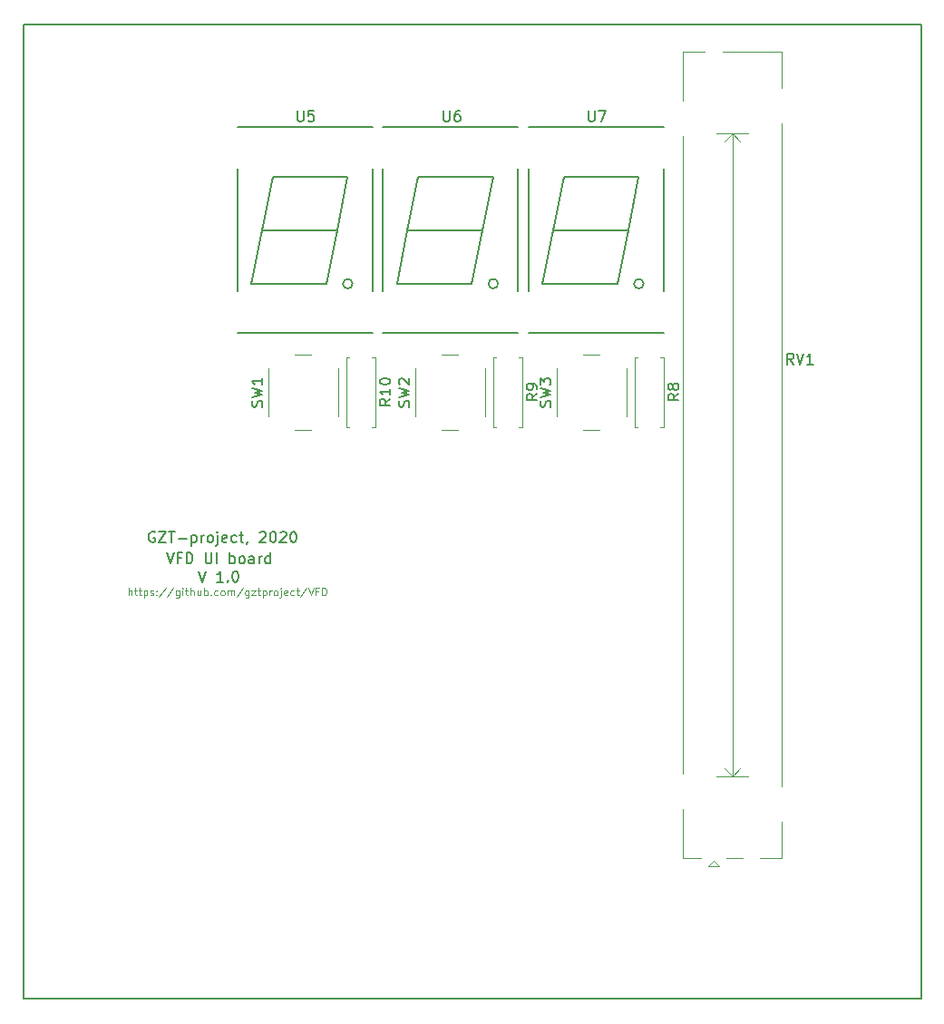
<source format=gbr>
G04 #@! TF.GenerationSoftware,KiCad,Pcbnew,5.1.5-52549c5~84~ubuntu18.04.1*
G04 #@! TF.CreationDate,2020-01-17T22:36:35+01:00*
G04 #@! TF.ProjectId,VFD,5646442e-6b69-4636-9164-5f7063625858,rev?*
G04 #@! TF.SameCoordinates,Original*
G04 #@! TF.FileFunction,Legend,Top*
G04 #@! TF.FilePolarity,Positive*
%FSLAX46Y46*%
G04 Gerber Fmt 4.6, Leading zero omitted, Abs format (unit mm)*
G04 Created by KiCad (PCBNEW 5.1.5-52549c5~84~ubuntu18.04.1) date 2020-01-17 22:36:35*
%MOMM*%
%LPD*%
G04 APERTURE LIST*
%ADD10C,0.150000*%
%ADD11C,0.125000*%
%ADD12C,0.120000*%
G04 APERTURE END LIST*
D10*
X283337000Y-34036000D02*
X283337000Y-124968000D01*
X199517000Y-34036000D02*
X283337000Y-34036000D01*
X199517000Y-124968000D02*
X199517000Y-34036000D01*
X283337000Y-124968000D02*
X199517000Y-124968000D01*
X211789166Y-81415000D02*
X211693928Y-81367380D01*
X211551071Y-81367380D01*
X211408214Y-81415000D01*
X211312976Y-81510238D01*
X211265357Y-81605476D01*
X211217738Y-81795952D01*
X211217738Y-81938809D01*
X211265357Y-82129285D01*
X211312976Y-82224523D01*
X211408214Y-82319761D01*
X211551071Y-82367380D01*
X211646309Y-82367380D01*
X211789166Y-82319761D01*
X211836785Y-82272142D01*
X211836785Y-81938809D01*
X211646309Y-81938809D01*
X212170119Y-81367380D02*
X212836785Y-81367380D01*
X212170119Y-82367380D01*
X212836785Y-82367380D01*
X213074880Y-81367380D02*
X213646309Y-81367380D01*
X213360595Y-82367380D02*
X213360595Y-81367380D01*
X213979642Y-81986428D02*
X214741547Y-81986428D01*
X215217738Y-81700714D02*
X215217738Y-82700714D01*
X215217738Y-81748333D02*
X215312976Y-81700714D01*
X215503452Y-81700714D01*
X215598690Y-81748333D01*
X215646309Y-81795952D01*
X215693928Y-81891190D01*
X215693928Y-82176904D01*
X215646309Y-82272142D01*
X215598690Y-82319761D01*
X215503452Y-82367380D01*
X215312976Y-82367380D01*
X215217738Y-82319761D01*
X216122500Y-82367380D02*
X216122500Y-81700714D01*
X216122500Y-81891190D02*
X216170119Y-81795952D01*
X216217738Y-81748333D01*
X216312976Y-81700714D01*
X216408214Y-81700714D01*
X216884404Y-82367380D02*
X216789166Y-82319761D01*
X216741547Y-82272142D01*
X216693928Y-82176904D01*
X216693928Y-81891190D01*
X216741547Y-81795952D01*
X216789166Y-81748333D01*
X216884404Y-81700714D01*
X217027261Y-81700714D01*
X217122500Y-81748333D01*
X217170119Y-81795952D01*
X217217738Y-81891190D01*
X217217738Y-82176904D01*
X217170119Y-82272142D01*
X217122500Y-82319761D01*
X217027261Y-82367380D01*
X216884404Y-82367380D01*
X217646309Y-81700714D02*
X217646309Y-82557857D01*
X217598690Y-82653095D01*
X217503452Y-82700714D01*
X217455833Y-82700714D01*
X217646309Y-81367380D02*
X217598690Y-81415000D01*
X217646309Y-81462619D01*
X217693928Y-81415000D01*
X217646309Y-81367380D01*
X217646309Y-81462619D01*
X218503452Y-82319761D02*
X218408214Y-82367380D01*
X218217738Y-82367380D01*
X218122500Y-82319761D01*
X218074880Y-82224523D01*
X218074880Y-81843571D01*
X218122500Y-81748333D01*
X218217738Y-81700714D01*
X218408214Y-81700714D01*
X218503452Y-81748333D01*
X218551071Y-81843571D01*
X218551071Y-81938809D01*
X218074880Y-82034047D01*
X219408214Y-82319761D02*
X219312976Y-82367380D01*
X219122500Y-82367380D01*
X219027261Y-82319761D01*
X218979642Y-82272142D01*
X218932023Y-82176904D01*
X218932023Y-81891190D01*
X218979642Y-81795952D01*
X219027261Y-81748333D01*
X219122500Y-81700714D01*
X219312976Y-81700714D01*
X219408214Y-81748333D01*
X219693928Y-81700714D02*
X220074880Y-81700714D01*
X219836785Y-81367380D02*
X219836785Y-82224523D01*
X219884404Y-82319761D01*
X219979642Y-82367380D01*
X220074880Y-82367380D01*
X220455833Y-82319761D02*
X220455833Y-82367380D01*
X220408214Y-82462619D01*
X220360595Y-82510238D01*
X221598690Y-81462619D02*
X221646309Y-81415000D01*
X221741547Y-81367380D01*
X221979642Y-81367380D01*
X222074880Y-81415000D01*
X222122500Y-81462619D01*
X222170119Y-81557857D01*
X222170119Y-81653095D01*
X222122500Y-81795952D01*
X221551071Y-82367380D01*
X222170119Y-82367380D01*
X222789166Y-81367380D02*
X222884404Y-81367380D01*
X222979642Y-81415000D01*
X223027261Y-81462619D01*
X223074880Y-81557857D01*
X223122500Y-81748333D01*
X223122500Y-81986428D01*
X223074880Y-82176904D01*
X223027261Y-82272142D01*
X222979642Y-82319761D01*
X222884404Y-82367380D01*
X222789166Y-82367380D01*
X222693928Y-82319761D01*
X222646309Y-82272142D01*
X222598690Y-82176904D01*
X222551071Y-81986428D01*
X222551071Y-81748333D01*
X222598690Y-81557857D01*
X222646309Y-81462619D01*
X222693928Y-81415000D01*
X222789166Y-81367380D01*
X223503452Y-81462619D02*
X223551071Y-81415000D01*
X223646309Y-81367380D01*
X223884404Y-81367380D01*
X223979642Y-81415000D01*
X224027261Y-81462619D01*
X224074880Y-81557857D01*
X224074880Y-81653095D01*
X224027261Y-81795952D01*
X223455833Y-82367380D01*
X224074880Y-82367380D01*
X224693928Y-81367380D02*
X224789166Y-81367380D01*
X224884404Y-81415000D01*
X224932023Y-81462619D01*
X224979642Y-81557857D01*
X225027261Y-81748333D01*
X225027261Y-81986428D01*
X224979642Y-82176904D01*
X224932023Y-82272142D01*
X224884404Y-82319761D01*
X224789166Y-82367380D01*
X224693928Y-82367380D01*
X224598690Y-82319761D01*
X224551071Y-82272142D01*
X224503452Y-82176904D01*
X224455833Y-81986428D01*
X224455833Y-81748333D01*
X224503452Y-81557857D01*
X224551071Y-81462619D01*
X224598690Y-81415000D01*
X224693928Y-81367380D01*
X215900238Y-85050380D02*
X216233571Y-86050380D01*
X216566904Y-85050380D01*
X218185952Y-86050380D02*
X217614523Y-86050380D01*
X217900238Y-86050380D02*
X217900238Y-85050380D01*
X217805000Y-85193238D01*
X217709761Y-85288476D01*
X217614523Y-85336095D01*
X218614523Y-85955142D02*
X218662142Y-86002761D01*
X218614523Y-86050380D01*
X218566904Y-86002761D01*
X218614523Y-85955142D01*
X218614523Y-86050380D01*
X219281190Y-85050380D02*
X219376428Y-85050380D01*
X219471666Y-85098000D01*
X219519285Y-85145619D01*
X219566904Y-85240857D01*
X219614523Y-85431333D01*
X219614523Y-85669428D01*
X219566904Y-85859904D01*
X219519285Y-85955142D01*
X219471666Y-86002761D01*
X219376428Y-86050380D01*
X219281190Y-86050380D01*
X219185952Y-86002761D01*
X219138333Y-85955142D01*
X219090714Y-85859904D01*
X219043095Y-85669428D01*
X219043095Y-85431333D01*
X219090714Y-85240857D01*
X219138333Y-85145619D01*
X219185952Y-85098000D01*
X219281190Y-85050380D01*
D11*
X209333666Y-87311666D02*
X209333666Y-86611666D01*
X209633666Y-87311666D02*
X209633666Y-86945000D01*
X209600333Y-86878333D01*
X209533666Y-86845000D01*
X209433666Y-86845000D01*
X209367000Y-86878333D01*
X209333666Y-86911666D01*
X209867000Y-86845000D02*
X210133666Y-86845000D01*
X209967000Y-86611666D02*
X209967000Y-87211666D01*
X210000333Y-87278333D01*
X210067000Y-87311666D01*
X210133666Y-87311666D01*
X210267000Y-86845000D02*
X210533666Y-86845000D01*
X210367000Y-86611666D02*
X210367000Y-87211666D01*
X210400333Y-87278333D01*
X210467000Y-87311666D01*
X210533666Y-87311666D01*
X210767000Y-86845000D02*
X210767000Y-87545000D01*
X210767000Y-86878333D02*
X210833666Y-86845000D01*
X210967000Y-86845000D01*
X211033666Y-86878333D01*
X211067000Y-86911666D01*
X211100333Y-86978333D01*
X211100333Y-87178333D01*
X211067000Y-87245000D01*
X211033666Y-87278333D01*
X210967000Y-87311666D01*
X210833666Y-87311666D01*
X210767000Y-87278333D01*
X211367000Y-87278333D02*
X211433666Y-87311666D01*
X211567000Y-87311666D01*
X211633666Y-87278333D01*
X211667000Y-87211666D01*
X211667000Y-87178333D01*
X211633666Y-87111666D01*
X211567000Y-87078333D01*
X211467000Y-87078333D01*
X211400333Y-87045000D01*
X211367000Y-86978333D01*
X211367000Y-86945000D01*
X211400333Y-86878333D01*
X211467000Y-86845000D01*
X211567000Y-86845000D01*
X211633666Y-86878333D01*
X211967000Y-87245000D02*
X212000333Y-87278333D01*
X211967000Y-87311666D01*
X211933666Y-87278333D01*
X211967000Y-87245000D01*
X211967000Y-87311666D01*
X211967000Y-86878333D02*
X212000333Y-86911666D01*
X211967000Y-86945000D01*
X211933666Y-86911666D01*
X211967000Y-86878333D01*
X211967000Y-86945000D01*
X212800333Y-86578333D02*
X212200333Y-87478333D01*
X213533666Y-86578333D02*
X212933666Y-87478333D01*
X214067000Y-86845000D02*
X214067000Y-87411666D01*
X214033666Y-87478333D01*
X214000333Y-87511666D01*
X213933666Y-87545000D01*
X213833666Y-87545000D01*
X213767000Y-87511666D01*
X214067000Y-87278333D02*
X214000333Y-87311666D01*
X213867000Y-87311666D01*
X213800333Y-87278333D01*
X213767000Y-87245000D01*
X213733666Y-87178333D01*
X213733666Y-86978333D01*
X213767000Y-86911666D01*
X213800333Y-86878333D01*
X213867000Y-86845000D01*
X214000333Y-86845000D01*
X214067000Y-86878333D01*
X214400333Y-87311666D02*
X214400333Y-86845000D01*
X214400333Y-86611666D02*
X214367000Y-86645000D01*
X214400333Y-86678333D01*
X214433666Y-86645000D01*
X214400333Y-86611666D01*
X214400333Y-86678333D01*
X214633666Y-86845000D02*
X214900333Y-86845000D01*
X214733666Y-86611666D02*
X214733666Y-87211666D01*
X214767000Y-87278333D01*
X214833666Y-87311666D01*
X214900333Y-87311666D01*
X215133666Y-87311666D02*
X215133666Y-86611666D01*
X215433666Y-87311666D02*
X215433666Y-86945000D01*
X215400333Y-86878333D01*
X215333666Y-86845000D01*
X215233666Y-86845000D01*
X215167000Y-86878333D01*
X215133666Y-86911666D01*
X216067000Y-86845000D02*
X216067000Y-87311666D01*
X215767000Y-86845000D02*
X215767000Y-87211666D01*
X215800333Y-87278333D01*
X215867000Y-87311666D01*
X215967000Y-87311666D01*
X216033666Y-87278333D01*
X216067000Y-87245000D01*
X216400333Y-87311666D02*
X216400333Y-86611666D01*
X216400333Y-86878333D02*
X216467000Y-86845000D01*
X216600333Y-86845000D01*
X216667000Y-86878333D01*
X216700333Y-86911666D01*
X216733666Y-86978333D01*
X216733666Y-87178333D01*
X216700333Y-87245000D01*
X216667000Y-87278333D01*
X216600333Y-87311666D01*
X216467000Y-87311666D01*
X216400333Y-87278333D01*
X217033666Y-87245000D02*
X217067000Y-87278333D01*
X217033666Y-87311666D01*
X217000333Y-87278333D01*
X217033666Y-87245000D01*
X217033666Y-87311666D01*
X217667000Y-87278333D02*
X217600333Y-87311666D01*
X217467000Y-87311666D01*
X217400333Y-87278333D01*
X217367000Y-87245000D01*
X217333666Y-87178333D01*
X217333666Y-86978333D01*
X217367000Y-86911666D01*
X217400333Y-86878333D01*
X217467000Y-86845000D01*
X217600333Y-86845000D01*
X217667000Y-86878333D01*
X218067000Y-87311666D02*
X218000333Y-87278333D01*
X217967000Y-87245000D01*
X217933666Y-87178333D01*
X217933666Y-86978333D01*
X217967000Y-86911666D01*
X218000333Y-86878333D01*
X218067000Y-86845000D01*
X218167000Y-86845000D01*
X218233666Y-86878333D01*
X218267000Y-86911666D01*
X218300333Y-86978333D01*
X218300333Y-87178333D01*
X218267000Y-87245000D01*
X218233666Y-87278333D01*
X218167000Y-87311666D01*
X218067000Y-87311666D01*
X218600333Y-87311666D02*
X218600333Y-86845000D01*
X218600333Y-86911666D02*
X218633666Y-86878333D01*
X218700333Y-86845000D01*
X218800333Y-86845000D01*
X218867000Y-86878333D01*
X218900333Y-86945000D01*
X218900333Y-87311666D01*
X218900333Y-86945000D02*
X218933666Y-86878333D01*
X219000333Y-86845000D01*
X219100333Y-86845000D01*
X219167000Y-86878333D01*
X219200333Y-86945000D01*
X219200333Y-87311666D01*
X220033666Y-86578333D02*
X219433666Y-87478333D01*
X220567000Y-86845000D02*
X220567000Y-87411666D01*
X220533666Y-87478333D01*
X220500333Y-87511666D01*
X220433666Y-87545000D01*
X220333666Y-87545000D01*
X220267000Y-87511666D01*
X220567000Y-87278333D02*
X220500333Y-87311666D01*
X220367000Y-87311666D01*
X220300333Y-87278333D01*
X220267000Y-87245000D01*
X220233666Y-87178333D01*
X220233666Y-86978333D01*
X220267000Y-86911666D01*
X220300333Y-86878333D01*
X220367000Y-86845000D01*
X220500333Y-86845000D01*
X220567000Y-86878333D01*
X220833666Y-86845000D02*
X221200333Y-86845000D01*
X220833666Y-87311666D01*
X221200333Y-87311666D01*
X221367000Y-86845000D02*
X221633666Y-86845000D01*
X221467000Y-86611666D02*
X221467000Y-87211666D01*
X221500333Y-87278333D01*
X221567000Y-87311666D01*
X221633666Y-87311666D01*
X221867000Y-86845000D02*
X221867000Y-87545000D01*
X221867000Y-86878333D02*
X221933666Y-86845000D01*
X222067000Y-86845000D01*
X222133666Y-86878333D01*
X222167000Y-86911666D01*
X222200333Y-86978333D01*
X222200333Y-87178333D01*
X222167000Y-87245000D01*
X222133666Y-87278333D01*
X222067000Y-87311666D01*
X221933666Y-87311666D01*
X221867000Y-87278333D01*
X222500333Y-87311666D02*
X222500333Y-86845000D01*
X222500333Y-86978333D02*
X222533666Y-86911666D01*
X222567000Y-86878333D01*
X222633666Y-86845000D01*
X222700333Y-86845000D01*
X223033666Y-87311666D02*
X222967000Y-87278333D01*
X222933666Y-87245000D01*
X222900333Y-87178333D01*
X222900333Y-86978333D01*
X222933666Y-86911666D01*
X222967000Y-86878333D01*
X223033666Y-86845000D01*
X223133666Y-86845000D01*
X223200333Y-86878333D01*
X223233666Y-86911666D01*
X223267000Y-86978333D01*
X223267000Y-87178333D01*
X223233666Y-87245000D01*
X223200333Y-87278333D01*
X223133666Y-87311666D01*
X223033666Y-87311666D01*
X223567000Y-86845000D02*
X223567000Y-87445000D01*
X223533666Y-87511666D01*
X223467000Y-87545000D01*
X223433666Y-87545000D01*
X223567000Y-86611666D02*
X223533666Y-86645000D01*
X223567000Y-86678333D01*
X223600333Y-86645000D01*
X223567000Y-86611666D01*
X223567000Y-86678333D01*
X224167000Y-87278333D02*
X224100333Y-87311666D01*
X223967000Y-87311666D01*
X223900333Y-87278333D01*
X223867000Y-87211666D01*
X223867000Y-86945000D01*
X223900333Y-86878333D01*
X223967000Y-86845000D01*
X224100333Y-86845000D01*
X224167000Y-86878333D01*
X224200333Y-86945000D01*
X224200333Y-87011666D01*
X223867000Y-87078333D01*
X224800333Y-87278333D02*
X224733666Y-87311666D01*
X224600333Y-87311666D01*
X224533666Y-87278333D01*
X224500333Y-87245000D01*
X224467000Y-87178333D01*
X224467000Y-86978333D01*
X224500333Y-86911666D01*
X224533666Y-86878333D01*
X224600333Y-86845000D01*
X224733666Y-86845000D01*
X224800333Y-86878333D01*
X225000333Y-86845000D02*
X225267000Y-86845000D01*
X225100333Y-86611666D02*
X225100333Y-87211666D01*
X225133666Y-87278333D01*
X225200333Y-87311666D01*
X225267000Y-87311666D01*
X226000333Y-86578333D02*
X225400333Y-87478333D01*
X226133666Y-86611666D02*
X226367000Y-87311666D01*
X226600333Y-86611666D01*
X227067000Y-86945000D02*
X226833666Y-86945000D01*
X226833666Y-87311666D02*
X226833666Y-86611666D01*
X227167000Y-86611666D01*
X227433666Y-87311666D02*
X227433666Y-86611666D01*
X227600333Y-86611666D01*
X227700333Y-86645000D01*
X227767000Y-86711666D01*
X227800333Y-86778333D01*
X227833666Y-86911666D01*
X227833666Y-87011666D01*
X227800333Y-87145000D01*
X227767000Y-87211666D01*
X227700333Y-87278333D01*
X227600333Y-87311666D01*
X227433666Y-87311666D01*
D10*
X212900238Y-83335880D02*
X213233571Y-84335880D01*
X213566904Y-83335880D01*
X214233571Y-83812071D02*
X213900238Y-83812071D01*
X213900238Y-84335880D02*
X213900238Y-83335880D01*
X214376428Y-83335880D01*
X214757380Y-84335880D02*
X214757380Y-83335880D01*
X214995476Y-83335880D01*
X215138333Y-83383500D01*
X215233571Y-83478738D01*
X215281190Y-83573976D01*
X215328809Y-83764452D01*
X215328809Y-83907309D01*
X215281190Y-84097785D01*
X215233571Y-84193023D01*
X215138333Y-84288261D01*
X214995476Y-84335880D01*
X214757380Y-84335880D01*
X216519285Y-83335880D02*
X216519285Y-84145404D01*
X216566904Y-84240642D01*
X216614523Y-84288261D01*
X216709761Y-84335880D01*
X216900238Y-84335880D01*
X216995476Y-84288261D01*
X217043095Y-84240642D01*
X217090714Y-84145404D01*
X217090714Y-83335880D01*
X217566904Y-84335880D02*
X217566904Y-83335880D01*
X218805000Y-84335880D02*
X218805000Y-83335880D01*
X218805000Y-83716833D02*
X218900238Y-83669214D01*
X219090714Y-83669214D01*
X219185952Y-83716833D01*
X219233571Y-83764452D01*
X219281190Y-83859690D01*
X219281190Y-84145404D01*
X219233571Y-84240642D01*
X219185952Y-84288261D01*
X219090714Y-84335880D01*
X218900238Y-84335880D01*
X218805000Y-84288261D01*
X219852619Y-84335880D02*
X219757380Y-84288261D01*
X219709761Y-84240642D01*
X219662142Y-84145404D01*
X219662142Y-83859690D01*
X219709761Y-83764452D01*
X219757380Y-83716833D01*
X219852619Y-83669214D01*
X219995476Y-83669214D01*
X220090714Y-83716833D01*
X220138333Y-83764452D01*
X220185952Y-83859690D01*
X220185952Y-84145404D01*
X220138333Y-84240642D01*
X220090714Y-84288261D01*
X219995476Y-84335880D01*
X219852619Y-84335880D01*
X221043095Y-84335880D02*
X221043095Y-83812071D01*
X220995476Y-83716833D01*
X220900238Y-83669214D01*
X220709761Y-83669214D01*
X220614523Y-83716833D01*
X221043095Y-84288261D02*
X220947857Y-84335880D01*
X220709761Y-84335880D01*
X220614523Y-84288261D01*
X220566904Y-84193023D01*
X220566904Y-84097785D01*
X220614523Y-84002547D01*
X220709761Y-83954928D01*
X220947857Y-83954928D01*
X221043095Y-83907309D01*
X221519285Y-84335880D02*
X221519285Y-83669214D01*
X221519285Y-83859690D02*
X221566904Y-83764452D01*
X221614523Y-83716833D01*
X221709761Y-83669214D01*
X221805000Y-83669214D01*
X222566904Y-84335880D02*
X222566904Y-83335880D01*
X222566904Y-84288261D02*
X222471666Y-84335880D01*
X222281190Y-84335880D01*
X222185952Y-84288261D01*
X222138333Y-84240642D01*
X222090714Y-84145404D01*
X222090714Y-83859690D01*
X222138333Y-83764452D01*
X222185952Y-83716833D01*
X222281190Y-83669214D01*
X222471666Y-83669214D01*
X222566904Y-83716833D01*
X236395000Y-48213000D02*
X235395000Y-53213000D01*
X235395000Y-53213000D02*
X234395000Y-58213000D01*
X234395000Y-58213000D02*
X241395000Y-58213000D01*
X241395000Y-58213000D02*
X242395000Y-53213000D01*
X243395000Y-48213000D02*
X242395000Y-53213000D01*
X242395000Y-53213000D02*
X235395000Y-53213000D01*
X236395000Y-48213000D02*
X243395000Y-48213000D01*
X245695000Y-62813000D02*
X233095000Y-62813000D01*
X233095000Y-47513000D02*
X233095000Y-58913000D01*
X245695000Y-47513000D02*
X245695000Y-58913000D01*
X233095000Y-43613000D02*
X245695000Y-43613000D01*
X243842214Y-58213000D02*
G75*
G03X243842214Y-58213000I-447214J0D01*
G01*
X222806000Y-48213000D02*
X221806000Y-53213000D01*
X221806000Y-53213000D02*
X220806000Y-58213000D01*
X220806000Y-58213000D02*
X227806000Y-58213000D01*
X227806000Y-58213000D02*
X228806000Y-53213000D01*
X229806000Y-48213000D02*
X228806000Y-53213000D01*
X228806000Y-53213000D02*
X221806000Y-53213000D01*
X222806000Y-48213000D02*
X229806000Y-48213000D01*
X232106000Y-62813000D02*
X219506000Y-62813000D01*
X219506000Y-47513000D02*
X219506000Y-58913000D01*
X232106000Y-47513000D02*
X232106000Y-58913000D01*
X219506000Y-43613000D02*
X232106000Y-43613000D01*
X230253214Y-58213000D02*
G75*
G03X230253214Y-58213000I-447214J0D01*
G01*
D12*
X240109000Y-64878000D02*
X238609000Y-64878000D01*
X236109000Y-66128000D02*
X236109000Y-70628000D01*
X238609000Y-71878000D02*
X240109000Y-71878000D01*
X242609000Y-70628000D02*
X242609000Y-66128000D01*
X253317000Y-64878000D02*
X251817000Y-64878000D01*
X249317000Y-66128000D02*
X249317000Y-70628000D01*
X251817000Y-71878000D02*
X253317000Y-71878000D01*
X255817000Y-70628000D02*
X255817000Y-66128000D01*
X265719500Y-44184500D02*
X266469500Y-44934500D01*
X264969500Y-44934500D02*
X265719500Y-44184500D01*
X264219500Y-44184500D02*
X267219500Y-44184500D01*
X265719500Y-104184500D02*
X266469500Y-103434500D01*
X264969500Y-103434500D02*
X265719500Y-104184500D01*
X264219500Y-104184500D02*
X267219500Y-104184500D01*
X265719500Y-104184500D02*
X265719500Y-44184500D01*
X264469500Y-112609500D02*
X263969500Y-112109500D01*
X263469500Y-112609500D02*
X264469500Y-112609500D01*
X263969500Y-112109500D02*
X263469500Y-112609500D01*
X264792500Y-36564500D02*
X270339500Y-36564500D01*
X261099500Y-36564500D02*
X263146500Y-36564500D01*
X268292500Y-111804500D02*
X270339500Y-111804500D01*
X265144500Y-111804500D02*
X266647500Y-111804500D01*
X261099500Y-111804500D02*
X262794500Y-111804500D01*
X270339500Y-39948500D02*
X270339500Y-36564500D01*
X270339500Y-105148500D02*
X270339500Y-43219500D01*
X270339500Y-111804500D02*
X270339500Y-108419500D01*
X261099500Y-41148500D02*
X261099500Y-36564500D01*
X261099500Y-103948500D02*
X261099500Y-44419500D01*
X261099500Y-111804500D02*
X261099500Y-107219500D01*
X256567000Y-71596000D02*
X256897000Y-71596000D01*
X256567000Y-65056000D02*
X256567000Y-71596000D01*
X256897000Y-65056000D02*
X256567000Y-65056000D01*
X259307000Y-71596000D02*
X258977000Y-71596000D01*
X259307000Y-65056000D02*
X259307000Y-71596000D01*
X258977000Y-65056000D02*
X259307000Y-65056000D01*
X243359000Y-71596000D02*
X243689000Y-71596000D01*
X243359000Y-65056000D02*
X243359000Y-71596000D01*
X243689000Y-65056000D02*
X243359000Y-65056000D01*
X246099000Y-71596000D02*
X245769000Y-71596000D01*
X246099000Y-65056000D02*
X246099000Y-71596000D01*
X245769000Y-65056000D02*
X246099000Y-65056000D01*
X229643000Y-71596000D02*
X229973000Y-71596000D01*
X229643000Y-65056000D02*
X229643000Y-71596000D01*
X229973000Y-65056000D02*
X229643000Y-65056000D01*
X232383000Y-71596000D02*
X232053000Y-71596000D01*
X232383000Y-65056000D02*
X232383000Y-71596000D01*
X232053000Y-65056000D02*
X232383000Y-65056000D01*
X226393000Y-64878000D02*
X224893000Y-64878000D01*
X222393000Y-66128000D02*
X222393000Y-70628000D01*
X224893000Y-71878000D02*
X226393000Y-71878000D01*
X228893000Y-70628000D02*
X228893000Y-66128000D01*
D10*
X249984000Y-48213000D02*
X248984000Y-53213000D01*
X248984000Y-53213000D02*
X247984000Y-58213000D01*
X247984000Y-58213000D02*
X254984000Y-58213000D01*
X254984000Y-58213000D02*
X255984000Y-53213000D01*
X256984000Y-48213000D02*
X255984000Y-53213000D01*
X255984000Y-53213000D02*
X248984000Y-53213000D01*
X249984000Y-48213000D02*
X256984000Y-48213000D01*
X259284000Y-62813000D02*
X246684000Y-62813000D01*
X246684000Y-47513000D02*
X246684000Y-58913000D01*
X259284000Y-47513000D02*
X259284000Y-58913000D01*
X246684000Y-43613000D02*
X259284000Y-43613000D01*
X257431214Y-58213000D02*
G75*
G03X257431214Y-58213000I-447214J0D01*
G01*
X238760095Y-42060880D02*
X238760095Y-42870404D01*
X238807714Y-42965642D01*
X238855333Y-43013261D01*
X238950571Y-43060880D01*
X239141047Y-43060880D01*
X239236285Y-43013261D01*
X239283904Y-42965642D01*
X239331523Y-42870404D01*
X239331523Y-42060880D01*
X240236285Y-42060880D02*
X240045809Y-42060880D01*
X239950571Y-42108500D01*
X239902952Y-42156119D01*
X239807714Y-42298976D01*
X239760095Y-42489452D01*
X239760095Y-42870404D01*
X239807714Y-42965642D01*
X239855333Y-43013261D01*
X239950571Y-43060880D01*
X240141047Y-43060880D01*
X240236285Y-43013261D01*
X240283904Y-42965642D01*
X240331523Y-42870404D01*
X240331523Y-42632309D01*
X240283904Y-42537071D01*
X240236285Y-42489452D01*
X240141047Y-42441833D01*
X239950571Y-42441833D01*
X239855333Y-42489452D01*
X239807714Y-42537071D01*
X239760095Y-42632309D01*
X225107595Y-42060880D02*
X225107595Y-42870404D01*
X225155214Y-42965642D01*
X225202833Y-43013261D01*
X225298071Y-43060880D01*
X225488547Y-43060880D01*
X225583785Y-43013261D01*
X225631404Y-42965642D01*
X225679023Y-42870404D01*
X225679023Y-42060880D01*
X226631404Y-42060880D02*
X226155214Y-42060880D01*
X226107595Y-42537071D01*
X226155214Y-42489452D01*
X226250452Y-42441833D01*
X226488547Y-42441833D01*
X226583785Y-42489452D01*
X226631404Y-42537071D01*
X226679023Y-42632309D01*
X226679023Y-42870404D01*
X226631404Y-42965642D01*
X226583785Y-43013261D01*
X226488547Y-43060880D01*
X226250452Y-43060880D01*
X226155214Y-43013261D01*
X226107595Y-42965642D01*
X235513761Y-69711333D02*
X235561380Y-69568476D01*
X235561380Y-69330380D01*
X235513761Y-69235142D01*
X235466142Y-69187523D01*
X235370904Y-69139904D01*
X235275666Y-69139904D01*
X235180428Y-69187523D01*
X235132809Y-69235142D01*
X235085190Y-69330380D01*
X235037571Y-69520857D01*
X234989952Y-69616095D01*
X234942333Y-69663714D01*
X234847095Y-69711333D01*
X234751857Y-69711333D01*
X234656619Y-69663714D01*
X234609000Y-69616095D01*
X234561380Y-69520857D01*
X234561380Y-69282761D01*
X234609000Y-69139904D01*
X234561380Y-68806571D02*
X235561380Y-68568476D01*
X234847095Y-68378000D01*
X235561380Y-68187523D01*
X234561380Y-67949428D01*
X234656619Y-67616095D02*
X234609000Y-67568476D01*
X234561380Y-67473238D01*
X234561380Y-67235142D01*
X234609000Y-67139904D01*
X234656619Y-67092285D01*
X234751857Y-67044666D01*
X234847095Y-67044666D01*
X234989952Y-67092285D01*
X235561380Y-67663714D01*
X235561380Y-67044666D01*
X248721761Y-69711333D02*
X248769380Y-69568476D01*
X248769380Y-69330380D01*
X248721761Y-69235142D01*
X248674142Y-69187523D01*
X248578904Y-69139904D01*
X248483666Y-69139904D01*
X248388428Y-69187523D01*
X248340809Y-69235142D01*
X248293190Y-69330380D01*
X248245571Y-69520857D01*
X248197952Y-69616095D01*
X248150333Y-69663714D01*
X248055095Y-69711333D01*
X247959857Y-69711333D01*
X247864619Y-69663714D01*
X247817000Y-69616095D01*
X247769380Y-69520857D01*
X247769380Y-69282761D01*
X247817000Y-69139904D01*
X247769380Y-68806571D02*
X248769380Y-68568476D01*
X248055095Y-68378000D01*
X248769380Y-68187523D01*
X247769380Y-67949428D01*
X247769380Y-67663714D02*
X247769380Y-67044666D01*
X248150333Y-67378000D01*
X248150333Y-67235142D01*
X248197952Y-67139904D01*
X248245571Y-67092285D01*
X248340809Y-67044666D01*
X248578904Y-67044666D01*
X248674142Y-67092285D01*
X248721761Y-67139904D01*
X248769380Y-67235142D01*
X248769380Y-67520857D01*
X248721761Y-67616095D01*
X248674142Y-67663714D01*
X271438761Y-65730380D02*
X271105428Y-65254190D01*
X270867333Y-65730380D02*
X270867333Y-64730380D01*
X271248285Y-64730380D01*
X271343523Y-64778000D01*
X271391142Y-64825619D01*
X271438761Y-64920857D01*
X271438761Y-65063714D01*
X271391142Y-65158952D01*
X271343523Y-65206571D01*
X271248285Y-65254190D01*
X270867333Y-65254190D01*
X271724476Y-64730380D02*
X272057809Y-65730380D01*
X272391142Y-64730380D01*
X273248285Y-65730380D02*
X272676857Y-65730380D01*
X272962571Y-65730380D02*
X272962571Y-64730380D01*
X272867333Y-64873238D01*
X272772095Y-64968476D01*
X272676857Y-65016095D01*
X260699380Y-68492666D02*
X260223190Y-68826000D01*
X260699380Y-69064095D02*
X259699380Y-69064095D01*
X259699380Y-68683142D01*
X259747000Y-68587904D01*
X259794619Y-68540285D01*
X259889857Y-68492666D01*
X260032714Y-68492666D01*
X260127952Y-68540285D01*
X260175571Y-68587904D01*
X260223190Y-68683142D01*
X260223190Y-69064095D01*
X260127952Y-67921238D02*
X260080333Y-68016476D01*
X260032714Y-68064095D01*
X259937476Y-68111714D01*
X259889857Y-68111714D01*
X259794619Y-68064095D01*
X259747000Y-68016476D01*
X259699380Y-67921238D01*
X259699380Y-67730761D01*
X259747000Y-67635523D01*
X259794619Y-67587904D01*
X259889857Y-67540285D01*
X259937476Y-67540285D01*
X260032714Y-67587904D01*
X260080333Y-67635523D01*
X260127952Y-67730761D01*
X260127952Y-67921238D01*
X260175571Y-68016476D01*
X260223190Y-68064095D01*
X260318428Y-68111714D01*
X260508904Y-68111714D01*
X260604142Y-68064095D01*
X260651761Y-68016476D01*
X260699380Y-67921238D01*
X260699380Y-67730761D01*
X260651761Y-67635523D01*
X260604142Y-67587904D01*
X260508904Y-67540285D01*
X260318428Y-67540285D01*
X260223190Y-67587904D01*
X260175571Y-67635523D01*
X260127952Y-67730761D01*
X247491380Y-68492666D02*
X247015190Y-68826000D01*
X247491380Y-69064095D02*
X246491380Y-69064095D01*
X246491380Y-68683142D01*
X246539000Y-68587904D01*
X246586619Y-68540285D01*
X246681857Y-68492666D01*
X246824714Y-68492666D01*
X246919952Y-68540285D01*
X246967571Y-68587904D01*
X247015190Y-68683142D01*
X247015190Y-69064095D01*
X247491380Y-68016476D02*
X247491380Y-67826000D01*
X247443761Y-67730761D01*
X247396142Y-67683142D01*
X247253285Y-67587904D01*
X247062809Y-67540285D01*
X246681857Y-67540285D01*
X246586619Y-67587904D01*
X246539000Y-67635523D01*
X246491380Y-67730761D01*
X246491380Y-67921238D01*
X246539000Y-68016476D01*
X246586619Y-68064095D01*
X246681857Y-68111714D01*
X246919952Y-68111714D01*
X247015190Y-68064095D01*
X247062809Y-68016476D01*
X247110428Y-67921238D01*
X247110428Y-67730761D01*
X247062809Y-67635523D01*
X247015190Y-67587904D01*
X246919952Y-67540285D01*
X233775380Y-68968857D02*
X233299190Y-69302190D01*
X233775380Y-69540285D02*
X232775380Y-69540285D01*
X232775380Y-69159333D01*
X232823000Y-69064095D01*
X232870619Y-69016476D01*
X232965857Y-68968857D01*
X233108714Y-68968857D01*
X233203952Y-69016476D01*
X233251571Y-69064095D01*
X233299190Y-69159333D01*
X233299190Y-69540285D01*
X233775380Y-68016476D02*
X233775380Y-68587904D01*
X233775380Y-68302190D02*
X232775380Y-68302190D01*
X232918238Y-68397428D01*
X233013476Y-68492666D01*
X233061095Y-68587904D01*
X232775380Y-67397428D02*
X232775380Y-67302190D01*
X232823000Y-67206952D01*
X232870619Y-67159333D01*
X232965857Y-67111714D01*
X233156333Y-67064095D01*
X233394428Y-67064095D01*
X233584904Y-67111714D01*
X233680142Y-67159333D01*
X233727761Y-67206952D01*
X233775380Y-67302190D01*
X233775380Y-67397428D01*
X233727761Y-67492666D01*
X233680142Y-67540285D01*
X233584904Y-67587904D01*
X233394428Y-67635523D01*
X233156333Y-67635523D01*
X232965857Y-67587904D01*
X232870619Y-67540285D01*
X232823000Y-67492666D01*
X232775380Y-67397428D01*
X221797761Y-69711333D02*
X221845380Y-69568476D01*
X221845380Y-69330380D01*
X221797761Y-69235142D01*
X221750142Y-69187523D01*
X221654904Y-69139904D01*
X221559666Y-69139904D01*
X221464428Y-69187523D01*
X221416809Y-69235142D01*
X221369190Y-69330380D01*
X221321571Y-69520857D01*
X221273952Y-69616095D01*
X221226333Y-69663714D01*
X221131095Y-69711333D01*
X221035857Y-69711333D01*
X220940619Y-69663714D01*
X220893000Y-69616095D01*
X220845380Y-69520857D01*
X220845380Y-69282761D01*
X220893000Y-69139904D01*
X220845380Y-68806571D02*
X221845380Y-68568476D01*
X221131095Y-68378000D01*
X221845380Y-68187523D01*
X220845380Y-67949428D01*
X221845380Y-67044666D02*
X221845380Y-67616095D01*
X221845380Y-67330380D02*
X220845380Y-67330380D01*
X220988238Y-67425619D01*
X221083476Y-67520857D01*
X221131095Y-67616095D01*
X252285595Y-42060880D02*
X252285595Y-42870404D01*
X252333214Y-42965642D01*
X252380833Y-43013261D01*
X252476071Y-43060880D01*
X252666547Y-43060880D01*
X252761785Y-43013261D01*
X252809404Y-42965642D01*
X252857023Y-42870404D01*
X252857023Y-42060880D01*
X253237976Y-42060880D02*
X253904642Y-42060880D01*
X253476071Y-43060880D01*
M02*

</source>
